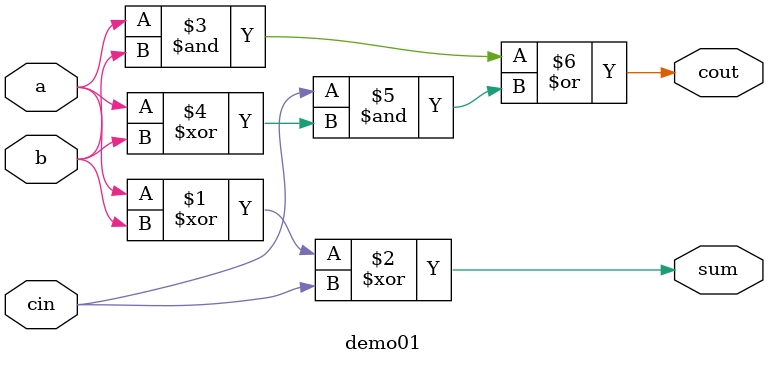
<source format=v>
 module demo01 (
    input a,          // 输入位 a
    input b,          // 输入位 b
    input cin,        // 输入进位 cin
    output sum,       // 输出和 sum
    output cout       // 输出进位 cout
);

assign sum = a ^ b ^ cin;       // 求和：异或操作
assign cout = (a & b) | (cin & (a ^ b));  // 进位：与或操作

endmodule

</source>
